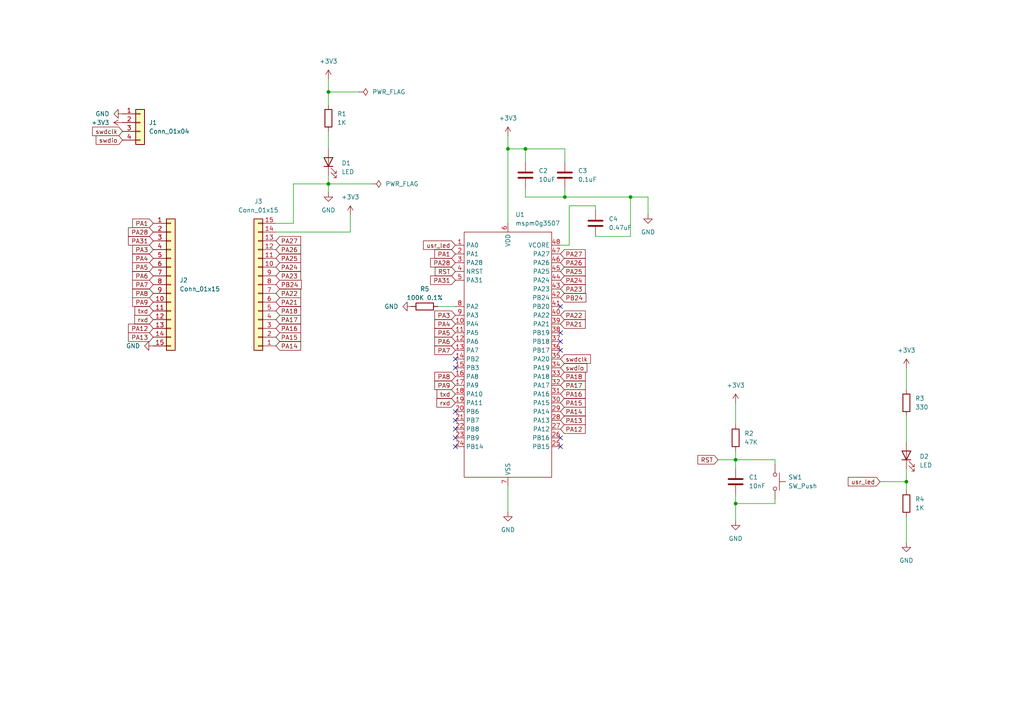
<source format=kicad_sch>
(kicad_sch (version 20250114) (generator "eeschema") (generator_version "9.0")
  (paper "A4")
  (lib_symbols
    (symbol "Connector_Generic:Conn_01x04" (pin_names (offset 1.016) (hide yes))
      (property "Reference" "J" (at 0 5.08 0))
      (property "Value" "Conn_01x04" (at 0 -7.62 0))
      (symbol "Conn_01x04_1_1"
        (rectangle (start -1.27 3.81) (end 1.27 -6.35) (stroke (width 0.254)) (fill (type background)))
        (rectangle (start -1.27 2.667) (end 0 2.413) (stroke (width 0.1524)))
        (rectangle (start -1.27 0.127) (end 0 -0.127) (stroke (width 0.1524)))
        (rectangle (start -1.27 -2.413) (end 0 -2.667) (stroke (width 0.1524)))
        (rectangle (start -1.27 -4.953) (end 0 -5.207) (stroke (width 0.1524)))
        (pin passive line (at -5.08 2.54 0) (length 3.81) (name "Pin_1") (number "1"))
        (pin passive line (at -5.08 0 0) (length 3.81) (name "Pin_2") (number "2"))
        (pin passive line (at -5.08 -2.54 0) (length 3.81) (name "Pin_3") (number "3"))
        (pin passive line (at -5.08 -5.08 0) (length 3.81) (name "Pin_4") (number "4"))
      )
    )
    (symbol "Connector_Generic:Conn_01x15" (pin_names (offset 1.016) (hide yes))
      (property "Reference" "J" (at 0 20.32 0))
      (property "Value" "Conn_01x15" (at 0 -20.32 0))
      (symbol "Conn_01x15_1_1"
        (rectangle (start -1.27 19.05) (end 1.27 -19.05) (stroke (width 0.254)) (fill (type background)))
        (rectangle (start -1.27 17.907) (end 0 17.653) (stroke (width 0.1524)))
        (rectangle (start -1.27 15.367) (end 0 15.113) (stroke (width 0.1524)))
        (rectangle (start -1.27 12.827) (end 0 12.573) (stroke (width 0.1524)))
        (rectangle (start -1.27 10.287) (end 0 10.033) (stroke (width 0.1524)))
        (rectangle (start -1.27 7.747) (end 0 7.493) (stroke (width 0.1524)))
        (rectangle (start -1.27 5.207) (end 0 4.953) (stroke (width 0.1524)))
        (rectangle (start -1.27 2.667) (end 0 2.413) (stroke (width 0.1524)))
        (rectangle (start -1.27 0.127) (end 0 -0.127) (stroke (width 0.1524)))
        (rectangle (start -1.27 -2.413) (end 0 -2.667) (stroke (width 0.1524)))
        (rectangle (start -1.27 -4.953) (end 0 -5.207) (stroke (width 0.1524)))
        (rectangle (start -1.27 -7.493) (end 0 -7.747) (stroke (width 0.1524)))
        (rectangle (start -1.27 -10.033) (end 0 -10.287) (stroke (width 0.1524)))
        (rectangle (start -1.27 -12.573) (end 0 -12.827) (stroke (width 0.1524)))
        (rectangle (start -1.27 -15.113) (end 0 -15.367) (stroke (width 0.1524)))
        (rectangle (start -1.27 -17.653) (end 0 -17.907) (stroke (width 0.1524)))
        (pin passive line (at -5.08 17.78 0) (length 3.81) (name "Pin_1") (number "1"))
        (pin passive line (at -5.08 15.24 0) (length 3.81) (name "Pin_2") (number "2"))
        (pin passive line (at -5.08 12.7 0) (length 3.81) (name "Pin_3") (number "3"))
        (pin passive line (at -5.08 10.16 0) (length 3.81) (name "Pin_4") (number "4"))
        (pin passive line (at -5.08 7.62 0) (length 3.81) (name "Pin_5") (number "5"))
        (pin passive line (at -5.08 5.08 0) (length 3.81) (name "Pin_6") (number "6"))
        (pin passive line (at -5.08 2.54 0) (length 3.81) (name "Pin_7") (number "7"))
        (pin passive line (at -5.08 0 0) (length 3.81) (name "Pin_8") (number "8"))
        (pin passive line (at -5.08 -2.54 0) (length 3.81) (name "Pin_9") (number "9"))
        (pin passive line (at -5.08 -5.08 0) (length 3.81) (name "Pin_10") (number "10"))
        (pin passive line (at -5.08 -7.62 0) (length 3.81) (name "Pin_11") (number "11"))
        (pin passive line (at -5.08 -10.16 0) (length 3.81) (name "Pin_12") (number "12"))
        (pin passive line (at -5.08 -12.7 0) (length 3.81) (name "Pin_13") (number "13"))
        (pin passive line (at -5.08 -15.24 0) (length 3.81) (name "Pin_14") (number "14"))
        (pin passive line (at -5.08 -17.78 0) (length 3.81) (name "Pin_15") (number "15"))
      )
    )
    (symbol "Device:C" (pin_numbers (hide yes)) (pin_names (offset 0.254))
      (property "Reference" "C" (at 0.635 2.54 0))
      (property "Value" "C" (at 0.635 -2.54 0))
      (symbol "C_0_1"
        (polyline (pts (xy -2.032 0.762) (xy 2.032 0.762)) (stroke (width 0.508)))
        (polyline (pts (xy -2.032 -0.762) (xy 2.032 -0.762)) (stroke (width 0.508)))
      )
      (symbol "C_1_1"
        (pin passive line (at 0 3.81 270) (length 2.794) (name "~") (number "1"))
        (pin passive line (at 0 -3.81 90) (length 2.794) (name "~") (number "2"))
      )
    )
    (symbol "Device:LED" (pin_numbers (hide yes)) (pin_names (offset 1.016) (hide yes))
      (property "Reference" "D" (at 0 2.54 0))
      (property "Value" "LED" (at 0 -2.54 0))
      (symbol "LED_0_1"
        (polyline (pts (xy -3.048 -0.762) (xy -4.572 -2.286) (xy -3.81 -2.286) (xy -4.572 -2.286) (xy -4.572 -1.524)))
        (polyline (pts (xy -1.778 -0.762) (xy -3.302 -2.286) (xy -2.54 -2.286) (xy -3.302 -2.286) (xy -3.302 -1.524)))
        (polyline (pts (xy -1.27 0) (xy 1.27 0)))
        (polyline (pts (xy -1.27 -1.27) (xy -1.27 1.27)) (stroke (width 0.254)))
        (polyline (pts (xy 1.27 -1.27) (xy 1.27 1.27) (xy -1.27 0) (xy 1.27 -1.27)) (stroke (width 0.254)))
      )
      (symbol "LED_1_1"
        (pin passive line (at -3.81 0 0) (length 2.54) (name "K") (number "1"))
        (pin passive line (at 3.81 0 180) (length 2.54) (name "A") (number "2"))
      )
    )
    (symbol "Device:R" (pin_numbers (hide yes)) (pin_names (offset 0))
      (property "Reference" "R" (at 2.032 0 90))
      (property "Value" "R" (at 0 0 90))
      (symbol "R_0_1"
        (rectangle (start -1.016 -2.54) (end 1.016 2.54) (stroke (width 0.254)))
      )
      (symbol "R_1_1"
        (pin passive line (at 0 3.81 270) (length 1.27) (name "~") (number "1"))
        (pin passive line (at 0 -3.81 90) (length 1.27) (name "~") (number "2"))
      )
    )
    (symbol "New_Library:mspm0g3507"
      (property "Reference" "U" (at 13.97 -29.972 0))
      (property "Value" "mspm0g3507" (at 19.558 -32.004 0))
      (symbol "mspm0g3507_0_1"
        (rectangle (start -12.7 35.56) (end 12.7 -35.56))
      )
      (symbol "mspm0g3507_1_1"
        (pin unspecified line (at -15.24 31.75 0) (length 2.54) (name "PA0") (number "1"))
        (pin unspecified line (at -15.24 29.21 0) (length 2.54) (name "PA1") (number "2"))
        (pin unspecified line (at -15.24 26.67 0) (length 2.54) (name "PA28") (number "3"))
        (pin unspecified line (at -15.24 24.13 0) (length 2.54) (name "NRST") (number "4"))
        (pin unspecified line (at -15.24 21.59 0) (length 2.54) (name "PA31") (number "5"))
        (pin unspecified line (at -15.24 13.97 0) (length 2.54) (name "PA2") (number "8"))
        (pin unspecified line (at -15.24 11.43 0) (length 2.54) (name "PA3") (number "9"))
        (pin unspecified line (at -15.24 8.89 0) (length 2.54) (name "PA4") (number "10"))
        (pin unspecified line (at -15.24 6.35 0) (length 2.54) (name "PA5") (number "11"))
        (pin unspecified line (at -15.24 3.81 0) (length 2.54) (name "PA6") (number "12"))
        (pin unspecified line (at -15.24 1.27 0) (length 2.54) (name "PA7") (number "13"))
        (pin unspecified line (at -15.24 -1.27 0) (length 2.54) (name "PB2") (number "14"))
        (pin unspecified line (at -15.24 -3.81 0) (length 2.54) (name "PB3") (number "15"))
        (pin unspecified line (at -15.24 -6.35 0) (length 2.54) (name "PA8") (number "16"))
        (pin unspecified line (at -15.24 -8.89 0) (length 2.54) (name "PA9") (number "17"))
        (pin unspecified line (at -15.24 -11.43 0) (length 2.54) (name "PA10") (number "18"))
        (pin unspecified line (at -15.24 -13.97 0) (length 2.54) (name "PA11") (number "19"))
        (pin unspecified line (at -15.24 -16.51 0) (length 2.54) (name "PB6") (number "20"))
        (pin unspecified line (at -15.24 -19.05 0) (length 2.54) (name "PB7") (number "21"))
        (pin unspecified line (at -15.24 -21.59 0) (length 2.54) (name "PB8") (number "22"))
        (pin unspecified line (at -15.24 -24.13 0) (length 2.54) (name "PB9") (number "23"))
        (pin unspecified line (at -15.24 -26.67 0) (length 2.54) (name "PB14") (number "24"))
        (pin unspecified line (at 0 38.1 270) (length 2.54) (name "VDD") (number "6"))
        (pin unspecified line (at 0 -38.1 90) (length 2.54) (name "VSS") (number "7"))
        (pin unspecified line (at 15.24 31.75 180) (length 2.54) (name "VCORE") (number "48"))
        (pin unspecified line (at 15.24 29.21 180) (length 2.54) (name "PA27") (number "47"))
        (pin unspecified line (at 15.24 26.67 180) (length 2.54) (name "PA26") (number "46"))
        (pin unspecified line (at 15.24 24.13 180) (length 2.54) (name "PA25") (number "45"))
        (pin unspecified line (at 15.24 21.59 180) (length 2.54) (name "PA24") (number "44"))
        (pin unspecified line (at 15.24 19.05 180) (length 2.54) (name "PA23") (number "43"))
        (pin unspecified line (at 15.24 16.51 180) (length 2.54) (name "PB24") (number "42"))
        (pin unspecified line (at 15.24 13.97 180) (length 2.54) (name "PB20") (number "41"))
        (pin unspecified line (at 15.24 11.43 180) (length 2.54) (name "PA22") (number "40"))
        (pin unspecified line (at 15.24 8.89 180) (length 2.54) (name "PA21") (number "39"))
        (pin unspecified line (at 15.24 6.35 180) (length 2.54) (name "PB19") (number "38"))
        (pin unspecified line (at 15.24 3.81 180) (length 2.54) (name "PB18") (number "37"))
        (pin unspecified line (at 15.24 1.27 180) (length 2.54) (name "PB17") (number "36"))
        (pin unspecified line (at 15.24 -1.27 180) (length 2.54) (name "PA20") (number "35"))
        (pin unspecified line (at 15.24 -3.81 180) (length 2.54) (name "PA19") (number "34"))
        (pin unspecified line (at 15.24 -6.35 180) (length 2.54) (name "PA18") (number "33"))
        (pin unspecified line (at 15.24 -8.89 180) (length 2.54) (name "PA17") (number "32"))
        (pin unspecified line (at 15.24 -11.43 180) (length 2.54) (name "PA16") (number "31"))
        (pin unspecified line (at 15.24 -13.97 180) (length 2.54) (name "PA15") (number "30"))
        (pin unspecified line (at 15.24 -16.51 180) (length 2.54) (name "PA14") (number "29"))
        (pin unspecified line (at 15.24 -19.05 180) (length 2.54) (name "PA13") (number "28"))
        (pin unspecified line (at 15.24 -21.59 180) (length 2.54) (name "PA12") (number "27"))
        (pin unspecified line (at 15.24 -24.13 180) (length 2.54) (name "PB16") (number "26"))
        (pin unspecified line (at 15.24 -26.67 180) (length 2.54) (name "PB15") (number "25"))
      )
    )
    (symbol "Switch:SW_Push" (pin_numbers (hide yes)) (pin_names (offset 1.016) (hide yes))
      (property "Reference" "SW" (at 1.27 2.54 0))
      (property "Value" "SW_Push" (at 0 -1.524 0))
      (symbol "SW_Push_0_1"
        (circle (center -2.032 0) (radius 0.508))
        (polyline (pts (xy 0 1.27) (xy 0 3.048)))
        (circle (center 2.032 0) (radius 0.508))
        (polyline (pts (xy 2.54 1.27) (xy -2.54 1.27)))
        (pin passive line (at -5.08 0 0) (length 2.54) (name "1") (number "1"))
        (pin passive line (at 5.08 0 180) (length 2.54) (name "2") (number "2"))
      )
    )
    (symbol "power:+3V3" (power) (pin_numbers (hide yes)) (pin_names (offset 0) (hide yes))
      (property "Value" "+3V3" (at 0 3.556 0))
      (symbol "+3V3_0_1"
        (polyline (pts (xy -0.762 1.27) (xy 0 2.54)))
        (polyline (pts (xy 0 2.54) (xy 0.762 1.27)))
        (polyline (pts (xy 0 0) (xy 0 2.54)))
      )
      (symbol "+3V3_1_1"
        (pin power_in line (at 0 0 90) (length 0) (name "~") (number "1"))
      )
    )
    (symbol "power:GND" (power) (pin_numbers (hide yes)) (pin_names (offset 0) (hide yes))
      (property "Value" "GND" (at 0 -3.81 0))
      (symbol "GND_0_1"
        (polyline (pts (xy 0 0) (xy 0 -1.27) (xy 1.27 -1.27) (xy 0 -2.54) (xy -1.27 -1.27) (xy 0 -1.27)))
      )
      (symbol "GND_1_1"
        (pin power_in line (at 0 0 270) (length 0) (name "~") (number "1"))
      )
    )
    (symbol "power:PWR_FLAG" (power) (pin_numbers (hide yes)) (pin_names (offset 0) (hide yes))
      (property "Value" "PWR_FLAG" (at 0 3.81 0))
      (symbol "PWR_FLAG_0_0"
        (pin power_out line (at 0 0 90) (length 0) (name "~") (number "1"))
      )
      (symbol "PWR_FLAG_0_1"
        (polyline (pts (xy 0 0) (xy 0 1.27) (xy -1.016 1.905) (xy 0 2.54) (xy 1.016 1.905) (xy 0 1.27)))
      )
    )
  )
  (junction (at 95.25 53.34))
  (junction (at 95.25 26.67))
  (junction (at 182.88 57.15))
  (junction (at 152.4 43.18))
  (junction (at 163.83 57.15))
  (junction (at 213.36 133.35))
  (junction (at 213.36 146.05))
  (junction (at 147.32 43.18))
  (junction (at 262.89 139.7))
  (no_connect (at 132.08 124.46))
  (no_connect (at 162.56 99.06))
  (no_connect (at 162.56 101.6))
  (no_connect (at 132.08 104.14))
  (no_connect (at 132.08 121.92))
  (no_connect (at 162.56 88.9))
  (no_connect (at 132.08 106.68))
  (no_connect (at 162.56 96.52))
  (no_connect (at 132.08 129.54))
  (no_connect (at 132.08 119.38))
  (no_connect (at 132.08 127))
  (no_connect (at 162.56 129.54))
  (no_connect (at 162.56 127))
  (wire (pts (xy 224.79 146.05) (xy 213.36 146.05)))
  (wire (pts (xy 95.25 50.8) (xy 95.25 53.34)))
  (wire (pts (xy 95.25 26.67) (xy 95.25 30.48)))
  (wire (pts (xy 147.32 39.37) (xy 147.32 43.18)))
  (wire (pts (xy 127 88.9) (xy 132.08 88.9)))
  (wire (pts (xy 262.89 139.7) (xy 262.89 142.24)))
  (wire (pts (xy 224.79 134.62) (xy 224.79 133.35)))
  (wire (pts (xy 152.4 43.18) (xy 152.4 46.99)))
  (wire (pts (xy 213.36 133.35) (xy 213.36 135.89)))
  (wire (pts (xy 147.32 140.97) (xy 147.32 148.59)))
  (wire (pts (xy 165.1 59.69) (xy 172.72 59.69)))
  (wire (pts (xy 152.4 43.18) (xy 147.32 43.18)))
  (wire (pts (xy 172.72 68.58) (xy 182.88 68.58)))
  (wire (pts (xy 208.28 133.35) (xy 213.36 133.35)))
  (wire (pts (xy 187.96 57.15) (xy 187.96 62.23)))
  (wire (pts (xy 80.01 67.31) (xy 101.6 67.31)))
  (wire (pts (xy 213.36 116.84) (xy 213.36 123.19)))
  (wire (pts (xy 213.36 143.51) (xy 213.36 146.05)))
  (wire (pts (xy 213.36 146.05) (xy 213.36 151.13)))
  (wire (pts (xy 224.79 144.78) (xy 224.79 146.05)))
  (wire (pts (xy 213.36 130.81) (xy 213.36 133.35)))
  (wire (pts (xy 95.25 53.34) (xy 107.95 53.34)))
  (wire (pts (xy 152.4 57.15) (xy 163.83 57.15)))
  (wire (pts (xy 262.89 106.68) (xy 262.89 113.03)))
  (wire (pts (xy 262.89 149.86) (xy 262.89 157.48)))
  (wire (pts (xy 182.88 68.58) (xy 182.88 57.15)))
  (wire (pts (xy 101.6 67.31) (xy 101.6 62.23)))
  (wire (pts (xy 147.32 43.18) (xy 147.32 64.77)))
  (wire (pts (xy 163.83 46.99) (xy 163.83 43.18)))
  (wire (pts (xy 85.09 53.34) (xy 95.25 53.34)))
  (wire (pts (xy 163.83 43.18) (xy 152.4 43.18)))
  (wire (pts (xy 95.25 26.67) (xy 104.14 26.67)))
  (wire (pts (xy 262.89 135.89) (xy 262.89 139.7)))
  (wire (pts (xy 162.56 71.12) (xy 165.1 71.12)))
  (wire (pts (xy 224.79 133.35) (xy 213.36 133.35)))
  (wire (pts (xy 255.27 139.7) (xy 262.89 139.7)))
  (wire (pts (xy 163.83 54.61) (xy 163.83 57.15)))
  (wire (pts (xy 172.72 59.69) (xy 172.72 60.96)))
  (wire (pts (xy 95.25 53.34) (xy 95.25 55.88)))
  (wire (pts (xy 80.01 64.77) (xy 85.09 64.77)))
  (wire (pts (xy 262.89 120.65) (xy 262.89 128.27)))
  (wire (pts (xy 163.83 57.15) (xy 182.88 57.15)))
  (wire (pts (xy 165.1 71.12) (xy 165.1 59.69)))
  (wire (pts (xy 95.25 22.86) (xy 95.25 26.67)))
  (wire (pts (xy 85.09 64.77) (xy 85.09 53.34)))
  (wire (pts (xy 182.88 57.15) (xy 187.96 57.15)))
  (wire (pts (xy 95.25 38.1) (xy 95.25 43.18)))
  (wire (pts (xy 152.4 54.61) (xy 152.4 57.15)))
  (global_label "PA7" (shape input) (at 44.45 82.55 180) (property "Intersheetrefs" "${INTERSHEET_REFS}" (effects (hide yes))))
  (global_label "PA31" (shape input) (at 132.08 81.28 180) (property "Intersheetrefs" "${INTERSHEET_REFS}" (effects (hide yes))))
  (global_label "PA4" (shape input) (at 132.08 93.98 180) (property "Intersheetrefs" "${INTERSHEET_REFS}" (effects (hide yes))))
  (global_label "PA28" (shape input) (at 132.08 76.2 180) (property "Intersheetrefs" "${INTERSHEET_REFS}" (effects (hide yes))))
  (global_label "PA13" (shape input) (at 162.56 121.92 0) (property "Intersheetrefs" "${INTERSHEET_REFS}" (effects (hide yes))))
  (global_label "usr_led" (shape input) (at 132.08 71.12 180) (property "Intersheetrefs" "${INTERSHEET_REFS}" (effects (hide yes))))
  (global_label "PA17" (shape input) (at 162.56 111.76 0) (property "Intersheetrefs" "${INTERSHEET_REFS}" (effects (hide yes))))
  (global_label "PA17" (shape input) (at 80.01 92.71 0) (property "Intersheetrefs" "${INTERSHEET_REFS}" (effects (hide yes))))
  (global_label "rxd" (shape input) (at 44.45 92.71 180) (property "Intersheetrefs" "${INTERSHEET_REFS}" (effects (hide yes))))
  (global_label "PA16" (shape input) (at 80.01 95.25 0) (property "Intersheetrefs" "${INTERSHEET_REFS}" (effects (hide yes))))
  (global_label "RST" (shape input) (at 208.28 133.35 180) (property "Intersheetrefs" "${INTERSHEET_REFS}" (effects (hide yes))))
  (global_label "PA18" (shape input) (at 162.56 109.22 0) (property "Intersheetrefs" "${INTERSHEET_REFS}" (effects (hide yes))))
  (global_label "PA28" (shape input) (at 44.45 67.31 180) (property "Intersheetrefs" "${INTERSHEET_REFS}" (effects (hide yes))))
  (global_label "PA16" (shape input) (at 162.56 114.3 0) (property "Intersheetrefs" "${INTERSHEET_REFS}" (effects (hide yes))))
  (global_label "PA14" (shape input) (at 80.01 100.33 0) (property "Intersheetrefs" "${INTERSHEET_REFS}" (effects (hide yes))))
  (global_label "PA27" (shape input) (at 162.56 73.66 0) (property "Intersheetrefs" "${INTERSHEET_REFS}" (effects (hide yes))))
  (global_label "PA23" (shape input) (at 162.56 83.82 0) (property "Intersheetrefs" "${INTERSHEET_REFS}" (effects (hide yes))))
  (global_label "PA12" (shape input) (at 162.56 124.46 0) (property "Intersheetrefs" "${INTERSHEET_REFS}" (effects (hide yes))))
  (global_label "PA21" (shape input) (at 80.01 87.63 0) (property "Intersheetrefs" "${INTERSHEET_REFS}" (effects (hide yes))))
  (global_label "PA8" (shape input) (at 44.45 85.09 180) (property "Intersheetrefs" "${INTERSHEET_REFS}" (effects (hide yes))))
  (global_label "PA8" (shape input) (at 132.08 109.22 180) (property "Intersheetrefs" "${INTERSHEET_REFS}" (effects (hide yes))))
  (global_label "swdclk" (shape input) (at 162.56 104.14 0) (property "Intersheetrefs" "${INTERSHEET_REFS}" (effects (hide yes))))
  (global_label "PA15" (shape input) (at 162.56 116.84 0) (property "Intersheetrefs" "${INTERSHEET_REFS}" (effects (hide yes))))
  (global_label "swdclk" (shape input) (at 35.56 38.1 180) (property "Intersheetrefs" "${INTERSHEET_REFS}" (effects (hide yes))))
  (global_label "PA26" (shape input) (at 80.01 72.39 0) (property "Intersheetrefs" "${INTERSHEET_REFS}" (effects (hide yes))))
  (global_label "PA14" (shape input) (at 162.56 119.38 0) (property "Intersheetrefs" "${INTERSHEET_REFS}" (effects (hide yes))))
  (global_label "txd" (shape input) (at 132.08 114.3 180) (property "Intersheetrefs" "${INTERSHEET_REFS}" (effects (hide yes))))
  (global_label "PA18" (shape input) (at 80.01 90.17 0) (property "Intersheetrefs" "${INTERSHEET_REFS}" (effects (hide yes))))
  (global_label "PA25" (shape input) (at 162.56 78.74 0) (property "Intersheetrefs" "${INTERSHEET_REFS}" (effects (hide yes))))
  (global_label "PA12" (shape input) (at 44.45 95.25 180) (property "Intersheetrefs" "${INTERSHEET_REFS}" (effects (hide yes))))
  (global_label "RST" (shape input) (at 132.08 78.74 180) (property "Intersheetrefs" "${INTERSHEET_REFS}" (effects (hide yes))))
  (global_label "PA23" (shape input) (at 80.01 80.01 0) (property "Intersheetrefs" "${INTERSHEET_REFS}" (effects (hide yes))))
  (global_label "PA3" (shape input) (at 44.45 72.39 180) (property "Intersheetrefs" "${INTERSHEET_REFS}" (effects (hide yes))))
  (global_label "PA9" (shape input) (at 44.45 87.63 180) (property "Intersheetrefs" "${INTERSHEET_REFS}" (effects (hide yes))))
  (global_label "PA1" (shape input) (at 44.45 64.77 180) (property "Intersheetrefs" "${INTERSHEET_REFS}" (effects (hide yes))))
  (global_label "PA21" (shape input) (at 162.56 93.98 0) (property "Intersheetrefs" "${INTERSHEET_REFS}" (effects (hide yes))))
  (global_label "swdio" (shape input) (at 162.56 106.68 0) (property "Intersheetrefs" "${INTERSHEET_REFS}" (effects (hide yes))))
  (global_label "PA6" (shape input) (at 44.45 80.01 180) (property "Intersheetrefs" "${INTERSHEET_REFS}" (effects (hide yes))))
  (global_label "txd" (shape input) (at 44.45 90.17 180) (property "Intersheetrefs" "${INTERSHEET_REFS}" (effects (hide yes))))
  (global_label "rxd" (shape input) (at 132.08 116.84 180) (property "Intersheetrefs" "${INTERSHEET_REFS}" (effects (hide yes))))
  (global_label "PA22" (shape input) (at 80.01 85.09 0) (property "Intersheetrefs" "${INTERSHEET_REFS}" (effects (hide yes))))
  (global_label "PA22" (shape input) (at 162.56 91.44 0) (property "Intersheetrefs" "${INTERSHEET_REFS}" (effects (hide yes))))
  (global_label "swdio" (shape input) (at 35.56 40.64 180) (property "Intersheetrefs" "${INTERSHEET_REFS}" (effects (hide yes))))
  (global_label "PA4" (shape input) (at 44.45 74.93 180) (property "Intersheetrefs" "${INTERSHEET_REFS}" (effects (hide yes))))
  (global_label "PA15" (shape input) (at 80.01 97.79 0) (property "Intersheetrefs" "${INTERSHEET_REFS}" (effects (hide yes))))
  (global_label "PA27" (shape input) (at 80.01 69.85 0) (property "Intersheetrefs" "${INTERSHEET_REFS}" (effects (hide yes))))
  (global_label "PA5" (shape input) (at 132.08 96.52 180) (property "Intersheetrefs" "${INTERSHEET_REFS}" (effects (hide yes))))
  (global_label "PB24" (shape input) (at 80.01 82.55 0) (property "Intersheetrefs" "${INTERSHEET_REFS}" (effects (hide yes))))
  (global_label "PA9" (shape input) (at 132.08 111.76 180) (property "Intersheetrefs" "${INTERSHEET_REFS}" (effects (hide yes))))
  (global_label "PB24" (shape input) (at 162.56 86.36 0) (property "Intersheetrefs" "${INTERSHEET_REFS}" (effects (hide yes))))
  (global_label "PA31" (shape input) (at 44.45 69.85 180) (property "Intersheetrefs" "${INTERSHEET_REFS}" (effects (hide yes))))
  (global_label "PA5" (shape input) (at 44.45 77.47 180) (property "Intersheetrefs" "${INTERSHEET_REFS}" (effects (hide yes))))
  (global_label "PA25" (shape input) (at 80.01 74.93 0) (property "Intersheetrefs" "${INTERSHEET_REFS}" (effects (hide yes))))
  (global_label "PA7" (shape input) (at 132.08 101.6 180) (property "Intersheetrefs" "${INTERSHEET_REFS}" (effects (hide yes))))
  (global_label "PA24" (shape input) (at 162.56 81.28 0) (property "Intersheetrefs" "${INTERSHEET_REFS}" (effects (hide yes))))
  (global_label "PA24" (shape input) (at 80.01 77.47 0) (property "Intersheetrefs" "${INTERSHEET_REFS}" (effects (hide yes))))
  (global_label "usr_led" (shape input) (at 255.27 139.7 180) (property "Intersheetrefs" "${INTERSHEET_REFS}" (effects (hide yes))))
  (global_label "PA13" (shape input) (at 44.45 97.79 180) (property "Intersheetrefs" "${INTERSHEET_REFS}" (effects (hide yes))))
  (global_label "PA6" (shape input) (at 132.08 99.06 180) (property "Intersheetrefs" "${INTERSHEET_REFS}" (effects (hide yes))))
  (global_label "PA3" (shape input) (at 132.08 91.44 180) (property "Intersheetrefs" "${INTERSHEET_REFS}" (effects (hide yes))))
  (global_label "PA1" (shape input) (at 132.08 73.66 180) (property "Intersheetrefs" "${INTERSHEET_REFS}" (effects (hide yes))))
  (global_label "PA26" (shape input) (at 162.56 76.2 0) (property "Intersheetrefs" "${INTERSHEET_REFS}" (effects (hide yes))))
  (symbol (lib_id "Device:R") (at 213.36 127 0) (unit 1)
    (property "Reference" "R2" (at 215.9 125.7299 0) (effects (justify left)))
    (property "Value" "47K" (at 215.9 128.2699 0) (effects (justify left)))
    (property "Footprint" "Resistor_SMD:R_0805_2012Metric_Pad1.20x1.40mm_HandSolder" (effects (hide yes)))
    (property "Description" "Resistor" (effects (hide yes)))
  )
  (symbol (lib_id "Device:R") (at 95.25 34.29 0) (unit 1)
    (property "Reference" "R1" (at 97.79 33.0199 0) (effects (justify left)))
    (property "Value" "1K" (at 97.79 35.5599 0) (effects (justify left)))
    (property "Footprint" "Resistor_SMD:R_0805_2012Metric_Pad1.20x1.40mm_HandSolder" (effects (hide yes)))
    (property "Description" "Resistor" (effects (hide yes)))
  )
  (symbol (lib_id "Connector_Generic:Conn_01x15") (at 49.53 82.55 0) (unit 1)
    (property "Reference" "J2" (at 52.07 81.2799 0) (effects (justify left)))
    (property "Value" "Conn_01x15" (at 52.07 83.8199 0) (effects (justify left)))
    (property "Footprint" "Connector_PinHeader_2.54mm:PinHeader_1x15_P2.54mm_Vertical" (effects (hide yes)))
    (property "Description" "Generic connector, single row, 01x15, script generated (kicad-library-utils/schlib/autogen/connector/)" (effects (hide yes)))
  )
  (symbol (lib_id "power:+3V3") (at 147.32 39.37 0) (unit 1)
    (property "Reference" "#PWR012" (effects (hide yes)))
    (property "Value" "+3V3" (at 147.32 34.29 0))
    (property "Description" "Power symbol creates a global label with name \"+3V3\"" (effects (hide yes)))
  )
  (symbol (lib_id "Device:R") (at 123.19 88.9 90) (unit 1)
    (property "Reference" "R5" (at 123.19 83.82 90))
    (property "Value" "100K 0.1%" (at 123.19 86.36 90))
    (property "Footprint" "Resistor_SMD:R_0805_2012Metric_Pad1.20x1.40mm_HandSolder" (effects (hide yes)))
    (property "Description" "Resistor" (effects (hide yes)))
  )
  (symbol (lib_id "Device:R") (at 262.89 116.84 0) (unit 1)
    (property "Reference" "R3" (at 265.43 115.5699 0) (effects (justify left)))
    (property "Value" "330" (at 265.43 118.1099 0) (effects (justify left)))
    (property "Footprint" "Resistor_SMD:R_0805_2012Metric_Pad1.20x1.40mm_HandSolder" (effects (hide yes)))
    (property "Description" "Resistor" (effects (hide yes)))
  )
  (symbol (lib_id "power:GND") (at 119.38 88.9 270) (unit 1)
    (property "Reference" "#PWR014" (effects (hide yes)))
    (property "Value" "GND" (at 115.57 88.8999 90) (effects (justify right)))
    (property "Description" "Power symbol creates a global label with name \"GND\" , ground" (effects (hide yes)))
  )
  (symbol (lib_id "power:+3V3") (at 101.6 62.23 0) (unit 1)
    (property "Reference" "#PWR03" (effects (hide yes)))
    (property "Value" "+3V3" (at 101.6 57.15 0))
    (property "Description" "Power symbol creates a global label with name \"+3V3\"" (effects (hide yes)))
  )
  (symbol (lib_id "Connector_Generic:Conn_01x04") (at 40.64 35.56 0) (unit 1)
    (property "Reference" "J1" (at 43.18 35.5599 0) (effects (justify left)))
    (property "Value" "Conn_01x04" (at 43.18 38.0999 0) (effects (justify left)))
    (property "Footprint" "Connector_PinHeader_2.54mm:PinHeader_1x04_P2.54mm_Horizontal" (effects (hide yes)))
    (property "Description" "Generic connector, single row, 01x04, script generated (kicad-library-utils/schlib/autogen/connector/)" (effects (hide yes)))
  )
  (symbol (lib_id "New_Library:mspm0g3507") (at 147.32 102.87 0) (unit 1)
    (property "Reference" "U1" (at 149.4633 62.23 0) (effects (justify left)))
    (property "Value" "mspm0g3507" (at 149.4633 64.77 0) (effects (justify left)))
    (property "Footprint" "Package_QFP:LQFP-48_7x7mm_P0.5mm" (effects (hide yes)))
  )
  (symbol (lib_id "power:PWR_FLAG") (at 104.14 26.67 270) (unit 1)
    (property "Reference" "#FLG01" (effects (hide yes)))
    (property "Value" "PWR_FLAG" (at 107.95 26.6699 90) (effects (justify left)))
    (property "Description" "Special symbol for telling ERC where power comes from" (effects (hide yes)))
  )
  (symbol (lib_id "power:GND") (at 35.56 33.02 270) (unit 1)
    (property "Reference" "#PWR08" (effects (hide yes)))
    (property "Value" "GND" (at 31.75 33.0199 90) (effects (justify right)))
    (property "Description" "Power symbol creates a global label with name \"GND\" , ground" (effects (hide yes)))
  )
  (symbol (lib_id "power:GND") (at 95.25 55.88 0) (unit 1)
    (property "Reference" "#PWR01" (effects (hide yes)))
    (property "Value" "GND" (at 95.25 60.96 0))
    (property "Description" "Power symbol creates a global label with name \"GND\" , ground" (effects (hide yes)))
  )
  (symbol (lib_id "power:+3V3") (at 95.25 22.86 0) (unit 1)
    (property "Reference" "#PWR02" (effects (hide yes)))
    (property "Value" "+3V3" (at 95.25 17.78 0))
    (property "Description" "Power symbol creates a global label with name \"+3V3\"" (effects (hide yes)))
  )
  (symbol (lib_id "power:GND") (at 44.45 100.33 270) (unit 1)
    (property "Reference" "#PWR010" (effects (hide yes)))
    (property "Value" "GND" (at 40.64 100.3299 90) (effects (justify right)))
    (property "Description" "Power symbol creates a global label with name \"GND\" , ground" (effects (hide yes)))
  )
  (symbol (lib_id "Switch:SW_Push") (at 224.79 139.7 270) (unit 1)
    (property "Reference" "SW1" (at 228.6 138.4299 90) (effects (justify left)))
    (property "Value" "SW_Push" (at 228.6 140.9699 90) (effects (justify left)))
    (property "Footprint" "g3507-base_stuff:SW_SPST_TS-1088-AR02016" (effects (hide yes)))
    (property "Description" "Push button switch, generic, two pins" (effects (hide yes)))
  )
  (symbol (lib_id "Device:C") (at 152.4 50.8 0) (unit 1)
    (property "Reference" "C2" (at 156.21 49.5299 0) (effects (justify left)))
    (property "Value" "10uF" (at 156.21 52.0699 0) (effects (justify left)))
    (property "Footprint" "Capacitor_SMD:C_0805_2012Metric_Pad1.18x1.45mm_HandSolder" (effects (hide yes)))
    (property "Description" "Unpolarized capacitor" (effects (hide yes)))
  )
  (symbol (lib_id "power:GND") (at 187.96 62.23 0) (unit 1)
    (property "Reference" "#PWR013" (effects (hide yes)))
    (property "Value" "GND" (at 187.96 67.31 0))
    (property "Description" "Power symbol creates a global label with name \"GND\" , ground" (effects (hide yes)))
  )
  (symbol (lib_id "power:+3V3") (at 35.56 35.56 90) (unit 1)
    (property "Reference" "#PWR09" (effects (hide yes)))
    (property "Value" "+3V3" (at 31.75 35.5599 90) (effects (justify left)))
    (property "Description" "Power symbol creates a global label with name \"+3V3\"" (effects (hide yes)))
  )
  (symbol (lib_id "power:+3V3") (at 262.89 106.68 0) (unit 1)
    (property "Reference" "#PWR06" (effects (hide yes)))
    (property "Value" "+3V3" (at 262.89 101.6 0))
    (property "Description" "Power symbol creates a global label with name \"+3V3\"" (effects (hide yes)))
  )
  (symbol (lib_id "Device:C") (at 213.36 139.7 0) (unit 1)
    (property "Reference" "C1" (at 217.17 138.4299 0) (effects (justify left)))
    (property "Value" "10nF" (at 217.17 140.9699 0) (effects (justify left)))
    (property "Footprint" "Capacitor_SMD:C_0805_2012Metric_Pad1.18x1.45mm_HandSolder" (effects (hide yes)))
    (property "Description" "Unpolarized capacitor" (effects (hide yes)))
  )
  (symbol (lib_id "Device:C") (at 163.83 50.8 0) (unit 1)
    (property "Reference" "C3" (at 167.64 49.5299 0) (effects (justify left)))
    (property "Value" "0.1uF" (at 167.64 52.0699 0) (effects (justify left)))
    (property "Footprint" "Capacitor_SMD:C_0805_2012Metric_Pad1.18x1.45mm_HandSolder" (effects (hide yes)))
    (property "Description" "Unpolarized capacitor" (effects (hide yes)))
  )
  (symbol (lib_id "power:GND") (at 147.32 148.59 0) (unit 1)
    (property "Reference" "#PWR011" (effects (hide yes)))
    (property "Value" "GND" (at 147.32 153.67 0))
    (property "Description" "Power symbol creates a global label with name \"GND\" , ground" (effects (hide yes)))
  )
  (symbol (lib_id "Device:LED") (at 262.89 132.08 90) (unit 1)
    (property "Reference" "D2" (at 266.7 132.3974 90) (effects (justify right)))
    (property "Value" "LED" (at 266.7 134.9374 90) (effects (justify right)))
    (property "Footprint" "LED_SMD:LED_0805_2012Metric_Pad1.15x1.40mm_HandSolder" (effects (hide yes)))
    (property "Description" "Light emitting diode" (effects (hide yes)))
    (property "Sim.Pins" "1=K 2=A" (effects (hide yes)))
  )
  (symbol (lib_id "Device:C") (at 172.72 64.77 0) (unit 1)
    (property "Reference" "C4" (at 176.53 63.4999 0) (effects (justify left)))
    (property "Value" "0.47uF" (at 176.53 66.0399 0) (effects (justify left)))
    (property "Footprint" "Capacitor_SMD:C_0805_2012Metric_Pad1.18x1.45mm_HandSolder" (effects (hide yes)))
    (property "Description" "Unpolarized capacitor" (effects (hide yes)))
  )
  (symbol (lib_id "Connector_Generic:Conn_01x15") (at 74.93 82.55 180) (unit 1)
    (property "Reference" "J3" (at 74.93 58.42 0))
    (property "Value" "Conn_01x15" (at 74.93 60.96 0))
    (property "Footprint" "Connector_PinHeader_2.54mm:PinHeader_1x15_P2.54mm_Vertical" (effects (hide yes)))
    (property "Description" "Generic connector, single row, 01x15, script generated (kicad-library-utils/schlib/autogen/connector/)" (effects (hide yes)))
  )
  (symbol (lib_id "power:GND") (at 213.36 151.13 0) (unit 1)
    (property "Reference" "#PWR05" (effects (hide yes)))
    (property "Value" "GND" (at 213.36 156.21 0))
    (property "Description" "Power symbol creates a global label with name \"GND\" , ground" (effects (hide yes)))
  )
  (symbol (lib_id "power:GND") (at 262.89 157.48 0) (unit 1)
    (property "Reference" "#PWR07" (effects (hide yes)))
    (property "Value" "GND" (at 262.89 162.56 0))
    (property "Description" "Power symbol creates a global label with name \"GND\" , ground" (effects (hide yes)))
  )
  (symbol (lib_id "power:PWR_FLAG") (at 107.95 53.34 270) (unit 1)
    (property "Reference" "#FLG02" (effects (hide yes)))
    (property "Value" "PWR_FLAG" (at 111.76 53.3399 90) (effects (justify left)))
    (property "Description" "Special symbol for telling ERC where power comes from" (effects (hide yes)))
  )
  (symbol (lib_id "Device:LED") (at 95.25 46.99 90) (unit 1)
    (property "Reference" "D1" (at 99.06 47.3074 90) (effects (justify right)))
    (property "Value" "LED" (at 99.06 49.8474 90) (effects (justify right)))
    (property "Footprint" "LED_SMD:LED_0805_2012Metric_Pad1.15x1.40mm_HandSolder" (effects (hide yes)))
    (property "Description" "Light emitting diode" (effects (hide yes)))
    (property "Sim.Pins" "1=K 2=A" (effects (hide yes)))
  )
  (symbol (lib_id "power:+3V3") (at 213.36 116.84 0) (unit 1)
    (property "Reference" "#PWR04" (effects (hide yes)))
    (property "Value" "+3V3" (at 213.36 111.76 0))
    (property "Description" "Power symbol creates a global label with name \"+3V3\"" (effects (hide yes)))
  )
  (symbol (lib_id "Device:R") (at 262.89 146.05 0) (unit 1)
    (property "Reference" "R4" (at 265.43 144.7799 0) (effects (justify left)))
    (property "Value" "1K" (at 265.43 147.3199 0) (effects (justify left)))
    (property "Footprint" "Resistor_SMD:R_0805_2012Metric_Pad1.20x1.40mm_HandSolder" (effects (hide yes)))
    (property "Description" "Resistor" (effects (hide yes)))
  )
)
</source>
